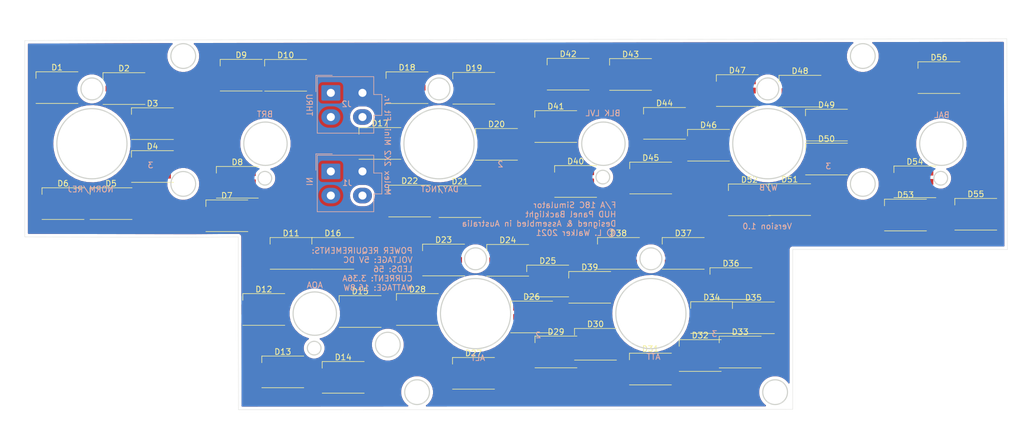
<source format=kicad_pcb>
(kicad_pcb (version 20171130) (host pcbnew "(5.1.6)-1")
  (layers (0 F.Cu signal) (1 In1.Cu signal) (2 In2.Cu signal) (31 B.Cu signal) (34 B.Paste user) (35 F.Paste user) (36 B.SilkS user) (37 F.SilkS user) (38 B.Mask user) (39 F.Mask user) (44 Edge.Cuts user))
  (net 0 "")
  (net 1 /LED+5V)
  (net 2 /LEDGND)
  (net 3 /DATAIN)
  (net 4 "Net-(D10-Pad4)")
  (net 5 /DATAOUT)
  (net 6 "Net-(D1-Pad1)")
  (net 7 "Net-(D1-Pad3)")
  (net 8 "Net-(D2-Pad1)")
  (net 9 "Net-(D2-Pad3)")
  (net 10 "Net-(D3-Pad1)")
  (net 11 "Net-(D3-Pad3)")
  (net 12 "Net-(D4-Pad1)")
  (net 13 "Net-(D4-Pad3)")
  (net 14 "Net-(D5-Pad1)")
  (net 15 "Net-(D5-Pad3)")
  (net 16 "Net-(D6-Pad1)")
  (net 17 "Net-(D6-Pad3)")
  (net 18 "Net-(D7-Pad1)")
  (net 19 "Net-(D7-Pad3)")
  (net 20 "Net-(D8-Pad1)")
  (net 21 "Net-(D10-Pad6)")
  (net 22 "Net-(D9-Pad1)")
  (net 23 "Net-(D10-Pad1)")
  (net 24 "Net-(D10-Pad3)")
  (net 25 "Net-(D11-Pad1)")
  (net 26 "Net-(D11-Pad3)")
  (net 27 "Net-(D12-Pad1)")
  (net 28 "Net-(D12-Pad3)")
  (net 29 "Net-(D13-Pad1)")
  (net 30 "Net-(D13-Pad3)")
  (net 31 "Net-(D14-Pad1)")
  (net 32 "Net-(D14-Pad3)")
  (net 33 "Net-(D15-Pad1)")
  (net 34 "Net-(D15-Pad3)")
  (net 35 "Net-(D16-Pad1)")
  (net 36 "Net-(D16-Pad3)")
  (net 37 "Net-(D17-Pad1)")
  (net 38 "Net-(D17-Pad3)")
  (net 39 "Net-(D18-Pad1)")
  (net 40 "Net-(D18-Pad3)")
  (net 41 "Net-(D19-Pad1)")
  (net 42 "Net-(D19-Pad3)")
  (net 43 "Net-(D20-Pad1)")
  (net 44 "Net-(D20-Pad3)")
  (net 45 "Net-(D21-Pad1)")
  (net 46 "Net-(D21-Pad3)")
  (net 47 "Net-(D22-Pad1)")
  (net 48 "Net-(D22-Pad3)")
  (net 49 "Net-(D23-Pad1)")
  (net 50 "Net-(D23-Pad3)")
  (net 51 "Net-(D24-Pad1)")
  (net 52 "Net-(D24-Pad3)")
  (net 53 "Net-(D25-Pad1)")
  (net 54 "Net-(D25-Pad3)")
  (net 55 "Net-(D26-Pad1)")
  (net 56 "Net-(D26-Pad3)")
  (net 57 "Net-(D27-Pad1)")
  (net 58 "Net-(D27-Pad3)")
  (net 59 "Net-(D28-Pad1)")
  (net 60 "Net-(D28-Pad3)")
  (net 61 "Net-(D29-Pad1)")
  (net 62 "Net-(D29-Pad3)")
  (net 63 "Net-(D30-Pad1)")
  (net 64 "Net-(D30-Pad3)")
  (net 65 "Net-(D31-Pad1)")
  (net 66 "Net-(D31-Pad3)")
  (net 67 "Net-(D32-Pad1)")
  (net 68 "Net-(D32-Pad3)")
  (net 69 "Net-(D33-Pad1)")
  (net 70 "Net-(D33-Pad3)")
  (net 71 "Net-(D34-Pad1)")
  (net 72 "Net-(D34-Pad3)")
  (net 73 "Net-(D35-Pad1)")
  (net 74 "Net-(D35-Pad3)")
  (net 75 "Net-(D36-Pad1)")
  (net 76 "Net-(D36-Pad3)")
  (net 77 "Net-(D37-Pad1)")
  (net 78 "Net-(D37-Pad3)")
  (net 79 "Net-(D38-Pad1)")
  (net 80 "Net-(D38-Pad3)")
  (net 81 "Net-(D39-Pad1)")
  (net 82 "Net-(D39-Pad3)")
  (net 83 "Net-(D40-Pad1)")
  (net 84 "Net-(D40-Pad3)")
  (net 85 "Net-(D41-Pad1)")
  (net 86 "Net-(D41-Pad3)")
  (net 87 "Net-(D42-Pad1)")
  (net 88 "Net-(D42-Pad3)")
  (net 89 "Net-(D43-Pad1)")
  (net 90 "Net-(D43-Pad3)")
  (net 91 "Net-(D44-Pad1)")
  (net 92 "Net-(D44-Pad3)")
  (net 93 "Net-(D45-Pad1)")
  (net 94 "Net-(D45-Pad3)")
  (net 95 "Net-(D46-Pad1)")
  (net 96 "Net-(D46-Pad3)")
  (net 97 "Net-(D47-Pad1)")
  (net 98 "Net-(D47-Pad3)")
  (net 99 "Net-(D48-Pad1)")
  (net 100 "Net-(D48-Pad3)")
  (net 101 "Net-(D49-Pad1)")
  (net 102 "Net-(D49-Pad3)")
  (net 103 "Net-(D50-Pad1)")
  (net 104 "Net-(D50-Pad3)")
  (net 105 "Net-(D51-Pad1)")
  (net 106 "Net-(D51-Pad3)")
  (net 107 "Net-(D52-Pad1)")
  (net 108 "Net-(D52-Pad3)")
  (net 109 "Net-(D53-Pad1)")
  (net 110 "Net-(D53-Pad3)")
  (net 111 "Net-(D54-Pad1)")
  (net 112 "Net-(D54-Pad3)")
  (net 113 "Net-(D55-Pad1)")
  (net 114 "Net-(D55-Pad3)")
  (net 115 "Net-(D56-Pad1)")
  (module LED_SMD:LED_WS2812_PLCC6_5.0x5.0mm_P1.6mm (layer F.Cu) (at 226.6 45)
    (fp_text reference D56 (at 0 -3.5) (layer F.SilkS))
    (fp_text value WS2813)
    (pad 1 smd rect (at -2.45 -1.6) (size 1.5 1) (layers F.Cu F.Paste F.Mask) (net 115 "Net-(D56-Pad1)"))
    (pad 2 smd rect (at -2.45 0) (size 1.5 1) (layers F.Cu F.Paste F.Mask) (net 1 /LED+5V))
    (pad 3 smd rect (at -2.45 1.6) (size 1.5 1) (layers F.Cu F.Paste F.Mask) (net 5 /DATAOUT))
    (pad 6 smd rect (at 2.45 -1.6) (size 1.5 1) (layers F.Cu F.Paste F.Mask) (net 112 "Net-(D54-Pad3)"))
    (pad 5 smd rect (at 2.45 0) (size 1.5 1) (layers F.Cu F.Paste F.Mask) (net 2 /LEDGND))
    (pad 4 smd rect (at 2.45 1.6) (size 1.5 1) (layers F.Cu F.Paste F.Mask) (net 114 "Net-(D55-Pad3)"))
  )
  (module LED_SMD:LED_WS2812_PLCC6_5.0x5.0mm_P1.6mm (layer F.Cu) (at 233 68.75)
    (fp_text reference D55 (at 0 -3.5) (layer F.SilkS))
    (fp_text value WS2813)
    (pad 1 smd rect (at -2.45 -1.6) (size 1.5 1) (layers F.Cu F.Paste F.Mask) (net 113 "Net-(D55-Pad1)"))
    (pad 2 smd rect (at -2.45 0) (size 1.5 1) (layers F.Cu F.Paste F.Mask) (net 1 /LED+5V))
    (pad 3 smd rect (at -2.45 1.6) (size 1.5 1) (layers F.Cu F.Paste F.Mask) (net 114 "Net-(D55-Pad3)"))
    (pad 6 smd rect (at 2.45 -1.6) (size 1.5 1) (layers F.Cu F.Paste F.Mask) (net 110 "Net-(D53-Pad3)"))
    (pad 5 smd rect (at 2.45 0) (size 1.5 1) (layers F.Cu F.Paste F.Mask) (net 2 /LEDGND))
    (pad 4 smd rect (at 2.45 1.6) (size 1.5 1) (layers F.Cu F.Paste F.Mask) (net 112 "Net-(D54-Pad3)"))
  )
  (module LED_SMD:LED_WS2812_PLCC6_5.0x5.0mm_P1.6mm (layer F.Cu) (at 222.414 63.1188)
    (fp_text reference D54 (at 0 -3.5) (layer F.SilkS))
    (fp_text value WS2813)
    (pad 1 smd rect (at -2.45 -1.6) (size 1.5 1) (layers F.Cu F.Paste F.Mask) (net 111 "Net-(D54-Pad1)"))
    (pad 2 smd rect (at -2.45 0) (size 1.5 1) (layers F.Cu F.Paste F.Mask) (net 1 /LED+5V))
    (pad 3 smd rect (at -2.45 1.6) (size 1.5 1) (layers F.Cu F.Paste F.Mask) (net 112 "Net-(D54-Pad3)"))
    (pad 6 smd rect (at 2.45 -1.6) (size 1.5 1) (layers F.Cu F.Paste F.Mask) (net 108 "Net-(D52-Pad3)"))
    (pad 5 smd rect (at 2.45 0) (size 1.5 1) (layers F.Cu F.Paste F.Mask) (net 2 /LEDGND))
    (pad 4 smd rect (at 2.45 1.6) (size 1.5 1) (layers F.Cu F.Paste F.Mask) (net 110 "Net-(D53-Pad3)"))
  )
  (module LED_SMD:LED_WS2812_PLCC6_5.0x5.0mm_P1.6mm (layer F.Cu) (at 220.777 68.8848)
    (fp_text reference D53 (at 0 -3.5) (layer F.SilkS))
    (fp_text value WS2813)
    (pad 1 smd rect (at -2.45 -1.6) (size 1.5 1) (layers F.Cu F.Paste F.Mask) (net 109 "Net-(D53-Pad1)"))
    (pad 2 smd rect (at -2.45 0) (size 1.5 1) (layers F.Cu F.Paste F.Mask) (net 1 /LED+5V))
    (pad 3 smd rect (at -2.45 1.6) (size 1.5 1) (layers F.Cu F.Paste F.Mask) (net 110 "Net-(D53-Pad3)"))
    (pad 6 smd rect (at 2.45 -1.6) (size 1.5 1) (layers F.Cu F.Paste F.Mask) (net 106 "Net-(D51-Pad3)"))
    (pad 5 smd rect (at 2.45 0) (size 1.5 1) (layers F.Cu F.Paste F.Mask) (net 2 /LEDGND))
    (pad 4 smd rect (at 2.45 1.6) (size 1.5 1) (layers F.Cu F.Paste F.Mask) (net 108 "Net-(D52-Pad3)"))
  )
  (module LED_SMD:LED_WS2812_PLCC6_5.0x5.0mm_P1.6mm (layer F.Cu) (at 193.65 66.25)
    (fp_text reference D52 (at 0 -3.5) (layer F.SilkS))
    (fp_text value WS2813)
    (pad 1 smd rect (at -2.45 -1.6) (size 1.5 1) (layers F.Cu F.Paste F.Mask) (net 107 "Net-(D52-Pad1)"))
    (pad 2 smd rect (at -2.45 0) (size 1.5 1) (layers F.Cu F.Paste F.Mask) (net 1 /LED+5V))
    (pad 3 smd rect (at -2.45 1.6) (size 1.5 1) (layers F.Cu F.Paste F.Mask) (net 108 "Net-(D52-Pad3)"))
    (pad 6 smd rect (at 2.45 -1.6) (size 1.5 1) (layers F.Cu F.Paste F.Mask) (net 104 "Net-(D50-Pad3)"))
    (pad 5 smd rect (at 2.45 0) (size 1.5 1) (layers F.Cu F.Paste F.Mask) (net 2 /LEDGND))
    (pad 4 smd rect (at 2.45 1.6) (size 1.5 1) (layers F.Cu F.Paste F.Mask) (net 106 "Net-(D51-Pad3)"))
  )
  (module LED_SMD:LED_WS2812_PLCC6_5.0x5.0mm_P1.6mm (layer F.Cu) (at 200.65 66.2)
    (fp_text reference D51 (at 0 -3.5) (layer F.SilkS))
    (fp_text value WS2813)
    (pad 1 smd rect (at -2.45 -1.6) (size 1.5 1) (layers F.Cu F.Paste F.Mask) (net 105 "Net-(D51-Pad1)"))
    (pad 2 smd rect (at -2.45 0) (size 1.5 1) (layers F.Cu F.Paste F.Mask) (net 1 /LED+5V))
    (pad 3 smd rect (at -2.45 1.6) (size 1.5 1) (layers F.Cu F.Paste F.Mask) (net 106 "Net-(D51-Pad3)"))
    (pad 6 smd rect (at 2.45 -1.6) (size 1.5 1) (layers F.Cu F.Paste F.Mask) (net 102 "Net-(D49-Pad3)"))
    (pad 5 smd rect (at 2.45 0) (size 1.5 1) (layers F.Cu F.Paste F.Mask) (net 2 /LEDGND))
    (pad 4 smd rect (at 2.45 1.6) (size 1.5 1) (layers F.Cu F.Paste F.Mask) (net 104 "Net-(D50-Pad3)"))
  )
  (module LED_SMD:LED_WS2812_PLCC6_5.0x5.0mm_P1.6mm (layer F.Cu) (at 207.05 59.15)
    (fp_text reference D50 (at 0 -3.5) (layer F.SilkS))
    (fp_text value WS2813)
    (pad 1 smd rect (at -2.45 -1.6) (size 1.5 1) (layers F.Cu F.Paste F.Mask) (net 103 "Net-(D50-Pad1)"))
    (pad 2 smd rect (at -2.45 0) (size 1.5 1) (layers F.Cu F.Paste F.Mask) (net 1 /LED+5V))
    (pad 3 smd rect (at -2.45 1.6) (size 1.5 1) (layers F.Cu F.Paste F.Mask) (net 104 "Net-(D50-Pad3)"))
    (pad 6 smd rect (at 2.45 -1.6) (size 1.5 1) (layers F.Cu F.Paste F.Mask) (net 100 "Net-(D48-Pad3)"))
    (pad 5 smd rect (at 2.45 0) (size 1.5 1) (layers F.Cu F.Paste F.Mask) (net 2 /LEDGND))
    (pad 4 smd rect (at 2.45 1.6) (size 1.5 1) (layers F.Cu F.Paste F.Mask) (net 102 "Net-(D49-Pad3)"))
  )
  (module LED_SMD:LED_WS2812_PLCC6_5.0x5.0mm_P1.6mm (layer F.Cu) (at 207.05 53.25)
    (fp_text reference D49 (at 0 -3.5) (layer F.SilkS))
    (fp_text value WS2813)
    (pad 1 smd rect (at -2.45 -1.6) (size 1.5 1) (layers F.Cu F.Paste F.Mask) (net 101 "Net-(D49-Pad1)"))
    (pad 2 smd rect (at -2.45 0) (size 1.5 1) (layers F.Cu F.Paste F.Mask) (net 1 /LED+5V))
    (pad 3 smd rect (at -2.45 1.6) (size 1.5 1) (layers F.Cu F.Paste F.Mask) (net 102 "Net-(D49-Pad3)"))
    (pad 6 smd rect (at 2.45 -1.6) (size 1.5 1) (layers F.Cu F.Paste F.Mask) (net 98 "Net-(D47-Pad3)"))
    (pad 5 smd rect (at 2.45 0) (size 1.5 1) (layers F.Cu F.Paste F.Mask) (net 2 /LEDGND))
    (pad 4 smd rect (at 2.45 1.6) (size 1.5 1) (layers F.Cu F.Paste F.Mask) (net 100 "Net-(D48-Pad3)"))
  )
  (module LED_SMD:LED_WS2812_PLCC6_5.0x5.0mm_P1.6mm (layer F.Cu) (at 202.45 47.35)
    (fp_text reference D48 (at 0 -3.5) (layer F.SilkS))
    (fp_text value WS2813)
    (pad 1 smd rect (at -2.45 -1.6) (size 1.5 1) (layers F.Cu F.Paste F.Mask) (net 99 "Net-(D48-Pad1)"))
    (pad 2 smd rect (at -2.45 0) (size 1.5 1) (layers F.Cu F.Paste F.Mask) (net 1 /LED+5V))
    (pad 3 smd rect (at -2.45 1.6) (size 1.5 1) (layers F.Cu F.Paste F.Mask) (net 100 "Net-(D48-Pad3)"))
    (pad 6 smd rect (at 2.45 -1.6) (size 1.5 1) (layers F.Cu F.Paste F.Mask) (net 96 "Net-(D46-Pad3)"))
    (pad 5 smd rect (at 2.45 0) (size 1.5 1) (layers F.Cu F.Paste F.Mask) (net 2 /LEDGND))
    (pad 4 smd rect (at 2.45 1.6) (size 1.5 1) (layers F.Cu F.Paste F.Mask) (net 98 "Net-(D47-Pad3)"))
  )
  (module LED_SMD:LED_WS2812_PLCC6_5.0x5.0mm_P1.6mm (layer F.Cu) (at 191.55 47.25)
    (fp_text reference D47 (at 0 -3.5) (layer F.SilkS))
    (fp_text value WS2813)
    (pad 1 smd rect (at -2.45 -1.6) (size 1.5 1) (layers F.Cu F.Paste F.Mask) (net 97 "Net-(D47-Pad1)"))
    (pad 2 smd rect (at -2.45 0) (size 1.5 1) (layers F.Cu F.Paste F.Mask) (net 1 /LED+5V))
    (pad 3 smd rect (at -2.45 1.6) (size 1.5 1) (layers F.Cu F.Paste F.Mask) (net 98 "Net-(D47-Pad3)"))
    (pad 6 smd rect (at 2.45 -1.6) (size 1.5 1) (layers F.Cu F.Paste F.Mask) (net 94 "Net-(D45-Pad3)"))
    (pad 5 smd rect (at 2.45 0) (size 1.5 1) (layers F.Cu F.Paste F.Mask) (net 2 /LEDGND))
    (pad 4 smd rect (at 2.45 1.6) (size 1.5 1) (layers F.Cu F.Paste F.Mask) (net 96 "Net-(D46-Pad3)"))
  )
  (module LED_SMD:LED_WS2812_PLCC6_5.0x5.0mm_P1.6mm (layer F.Cu) (at 186.55 56.75)
    (fp_text reference D46 (at 0 -3.5) (layer F.SilkS))
    (fp_text value WS2813)
    (pad 1 smd rect (at -2.45 -1.6) (size 1.5 1) (layers F.Cu F.Paste F.Mask) (net 95 "Net-(D46-Pad1)"))
    (pad 2 smd rect (at -2.45 0) (size 1.5 1) (layers F.Cu F.Paste F.Mask) (net 1 /LED+5V))
    (pad 3 smd rect (at -2.45 1.6) (size 1.5 1) (layers F.Cu F.Paste F.Mask) (net 96 "Net-(D46-Pad3)"))
    (pad 6 smd rect (at 2.45 -1.6) (size 1.5 1) (layers F.Cu F.Paste F.Mask) (net 92 "Net-(D44-Pad3)"))
    (pad 5 smd rect (at 2.45 0) (size 1.5 1) (layers F.Cu F.Paste F.Mask) (net 2 /LEDGND))
    (pad 4 smd rect (at 2.45 1.6) (size 1.5 1) (layers F.Cu F.Paste F.Mask) (net 94 "Net-(D45-Pad3)"))
  )
  (module LED_SMD:LED_WS2812_PLCC6_5.0x5.0mm_P1.6mm (layer F.Cu) (at 176.5 62.45)
    (fp_text reference D45 (at 0 -3.5) (layer F.SilkS))
    (fp_text value WS2813)
    (pad 1 smd rect (at -2.45 -1.6) (size 1.5 1) (layers F.Cu F.Paste F.Mask) (net 93 "Net-(D45-Pad1)"))
    (pad 2 smd rect (at -2.45 0) (size 1.5 1) (layers F.Cu F.Paste F.Mask) (net 1 /LED+5V))
    (pad 3 smd rect (at -2.45 1.6) (size 1.5 1) (layers F.Cu F.Paste F.Mask) (net 94 "Net-(D45-Pad3)"))
    (pad 6 smd rect (at 2.45 -1.6) (size 1.5 1) (layers F.Cu F.Paste F.Mask) (net 90 "Net-(D43-Pad3)"))
    (pad 5 smd rect (at 2.45 0) (size 1.5 1) (layers F.Cu F.Paste F.Mask) (net 2 /LEDGND))
    (pad 4 smd rect (at 2.45 1.6) (size 1.5 1) (layers F.Cu F.Paste F.Mask) (net 92 "Net-(D44-Pad3)"))
  )
  (module LED_SMD:LED_WS2812_PLCC6_5.0x5.0mm_P1.6mm (layer F.Cu) (at 178.9 52.95)
    (fp_text reference D44 (at 0 -3.5) (layer F.SilkS))
    (fp_text value WS2813)
    (pad 1 smd rect (at -2.45 -1.6) (size 1.5 1) (layers F.Cu F.Paste F.Mask) (net 91 "Net-(D44-Pad1)"))
    (pad 2 smd rect (at -2.45 0) (size 1.5 1) (layers F.Cu F.Paste F.Mask) (net 1 /LED+5V))
    (pad 3 smd rect (at -2.45 1.6) (size 1.5 1) (layers F.Cu F.Paste F.Mask) (net 92 "Net-(D44-Pad3)"))
    (pad 6 smd rect (at 2.45 -1.6) (size 1.5 1) (layers F.Cu F.Paste F.Mask) (net 88 "Net-(D42-Pad3)"))
    (pad 5 smd rect (at 2.45 0) (size 1.5 1) (layers F.Cu F.Paste F.Mask) (net 2 /LEDGND))
    (pad 4 smd rect (at 2.45 1.6) (size 1.5 1) (layers F.Cu F.Paste F.Mask) (net 90 "Net-(D43-Pad3)"))
  )
  (module LED_SMD:LED_WS2812_PLCC6_5.0x5.0mm_P1.6mm (layer F.Cu) (at 173 44.45)
    (fp_text reference D43 (at 0 -3.5) (layer F.SilkS))
    (fp_text value WS2813)
    (pad 1 smd rect (at -2.45 -1.6) (size 1.5 1) (layers F.Cu F.Paste F.Mask) (net 89 "Net-(D43-Pad1)"))
    (pad 2 smd rect (at -2.45 0) (size 1.5 1) (layers F.Cu F.Paste F.Mask) (net 1 /LED+5V))
    (pad 3 smd rect (at -2.45 1.6) (size 1.5 1) (layers F.Cu F.Paste F.Mask) (net 90 "Net-(D43-Pad3)"))
    (pad 6 smd rect (at 2.45 -1.6) (size 1.5 1) (layers F.Cu F.Paste F.Mask) (net 86 "Net-(D41-Pad3)"))
    (pad 5 smd rect (at 2.45 0) (size 1.5 1) (layers F.Cu F.Paste F.Mask) (net 2 /LEDGND))
    (pad 4 smd rect (at 2.45 1.6) (size 1.5 1) (layers F.Cu F.Paste F.Mask) (net 88 "Net-(D42-Pad3)"))
  )
  (module LED_SMD:LED_WS2812_PLCC6_5.0x5.0mm_P1.6mm (layer F.Cu) (at 162.15 44.4)
    (fp_text reference D42 (at 0 -3.5) (layer F.SilkS))
    (fp_text value WS2813)
    (pad 1 smd rect (at -2.45 -1.6) (size 1.5 1) (layers F.Cu F.Paste F.Mask) (net 87 "Net-(D42-Pad1)"))
    (pad 2 smd rect (at -2.45 0) (size 1.5 1) (layers F.Cu F.Paste F.Mask) (net 1 /LED+5V))
    (pad 3 smd rect (at -2.45 1.6) (size 1.5 1) (layers F.Cu F.Paste F.Mask) (net 88 "Net-(D42-Pad3)"))
    (pad 6 smd rect (at 2.45 -1.6) (size 1.5 1) (layers F.Cu F.Paste F.Mask) (net 84 "Net-(D40-Pad3)"))
    (pad 5 smd rect (at 2.45 0) (size 1.5 1) (layers F.Cu F.Paste F.Mask) (net 2 /LEDGND))
    (pad 4 smd rect (at 2.45 1.6) (size 1.5 1) (layers F.Cu F.Paste F.Mask) (net 86 "Net-(D41-Pad3)"))
  )
  (module LED_SMD:LED_WS2812_PLCC6_5.0x5.0mm_P1.6mm (layer F.Cu) (at 160 53.5)
    (fp_text reference D41 (at 0 -3.5) (layer F.SilkS))
    (fp_text value WS2813)
    (pad 1 smd rect (at -2.45 -1.6) (size 1.5 1) (layers F.Cu F.Paste F.Mask) (net 85 "Net-(D41-Pad1)"))
    (pad 2 smd rect (at -2.45 0) (size 1.5 1) (layers F.Cu F.Paste F.Mask) (net 1 /LED+5V))
    (pad 3 smd rect (at -2.45 1.6) (size 1.5 1) (layers F.Cu F.Paste F.Mask) (net 86 "Net-(D41-Pad3)"))
    (pad 6 smd rect (at 2.45 -1.6) (size 1.5 1) (layers F.Cu F.Paste F.Mask) (net 82 "Net-(D39-Pad3)"))
    (pad 5 smd rect (at 2.45 0) (size 1.5 1) (layers F.Cu F.Paste F.Mask) (net 2 /LEDGND))
    (pad 4 smd rect (at 2.45 1.6) (size 1.5 1) (layers F.Cu F.Paste F.Mask) (net 84 "Net-(D40-Pad3)"))
  )
  (module LED_SMD:LED_WS2812_PLCC6_5.0x5.0mm_P1.6mm (layer F.Cu) (at 163.45 63.05)
    (fp_text reference D40 (at 0 -3.5) (layer F.SilkS))
    (fp_text value WS2813)
    (pad 1 smd rect (at -2.45 -1.6) (size 1.5 1) (layers F.Cu F.Paste F.Mask) (net 83 "Net-(D40-Pad1)"))
    (pad 2 smd rect (at -2.45 0) (size 1.5 1) (layers F.Cu F.Paste F.Mask) (net 1 /LED+5V))
    (pad 3 smd rect (at -2.45 1.6) (size 1.5 1) (layers F.Cu F.Paste F.Mask) (net 84 "Net-(D40-Pad3)"))
    (pad 6 smd rect (at 2.45 -1.6) (size 1.5 1) (layers F.Cu F.Paste F.Mask) (net 80 "Net-(D38-Pad3)"))
    (pad 5 smd rect (at 2.45 0) (size 1.5 1) (layers F.Cu F.Paste F.Mask) (net 2 /LEDGND))
    (pad 4 smd rect (at 2.45 1.6) (size 1.5 1) (layers F.Cu F.Paste F.Mask) (net 82 "Net-(D39-Pad3)"))
  )
  (module LED_SMD:LED_WS2812_PLCC6_5.0x5.0mm_P1.6mm (layer F.Cu) (at 165.9 81.45)
    (fp_text reference D39 (at 0 -3.5) (layer F.SilkS))
    (fp_text value WS2813)
    (pad 1 smd rect (at -2.45 -1.6) (size 1.5 1) (layers F.Cu F.Paste F.Mask) (net 81 "Net-(D39-Pad1)"))
    (pad 2 smd rect (at -2.45 0) (size 1.5 1) (layers F.Cu F.Paste F.Mask) (net 1 /LED+5V))
    (pad 3 smd rect (at -2.45 1.6) (size 1.5 1) (layers F.Cu F.Paste F.Mask) (net 82 "Net-(D39-Pad3)"))
    (pad 6 smd rect (at 2.45 -1.6) (size 1.5 1) (layers F.Cu F.Paste F.Mask) (net 78 "Net-(D37-Pad3)"))
    (pad 5 smd rect (at 2.45 0) (size 1.5 1) (layers F.Cu F.Paste F.Mask) (net 2 /LEDGND))
    (pad 4 smd rect (at 2.45 1.6) (size 1.5 1) (layers F.Cu F.Paste F.Mask) (net 80 "Net-(D38-Pad3)"))
  )
  (module LED_SMD:LED_WS2812_PLCC6_5.0x5.0mm_P1.6mm (layer F.Cu) (at 170.9 75.55)
    (fp_text reference D38 (at 0 -3.5) (layer F.SilkS))
    (fp_text value WS2813)
    (pad 1 smd rect (at -2.45 -1.6) (size 1.5 1) (layers F.Cu F.Paste F.Mask) (net 79 "Net-(D38-Pad1)"))
    (pad 2 smd rect (at -2.45 0) (size 1.5 1) (layers F.Cu F.Paste F.Mask) (net 1 /LED+5V))
    (pad 3 smd rect (at -2.45 1.6) (size 1.5 1) (layers F.Cu F.Paste F.Mask) (net 80 "Net-(D38-Pad3)"))
    (pad 6 smd rect (at 2.45 -1.6) (size 1.5 1) (layers F.Cu F.Paste F.Mask) (net 76 "Net-(D36-Pad3)"))
    (pad 5 smd rect (at 2.45 0) (size 1.5 1) (layers F.Cu F.Paste F.Mask) (net 2 /LEDGND))
    (pad 4 smd rect (at 2.45 1.6) (size 1.5 1) (layers F.Cu F.Paste F.Mask) (net 78 "Net-(D37-Pad3)"))
  )
  (module LED_SMD:LED_WS2812_PLCC6_5.0x5.0mm_P1.6mm (layer F.Cu) (at 182.15 75.55)
    (fp_text reference D37 (at 0 -3.5) (layer F.SilkS))
    (fp_text value WS2813)
    (pad 1 smd rect (at -2.45 -1.6) (size 1.5 1) (layers F.Cu F.Paste F.Mask) (net 77 "Net-(D37-Pad1)"))
    (pad 2 smd rect (at -2.45 0) (size 1.5 1) (layers F.Cu F.Paste F.Mask) (net 1 /LED+5V))
    (pad 3 smd rect (at -2.45 1.6) (size 1.5 1) (layers F.Cu F.Paste F.Mask) (net 78 "Net-(D37-Pad3)"))
    (pad 6 smd rect (at 2.45 -1.6) (size 1.5 1) (layers F.Cu F.Paste F.Mask) (net 74 "Net-(D35-Pad3)"))
    (pad 5 smd rect (at 2.45 0) (size 1.5 1) (layers F.Cu F.Paste F.Mask) (net 2 /LEDGND))
    (pad 4 smd rect (at 2.45 1.6) (size 1.5 1) (layers F.Cu F.Paste F.Mask) (net 76 "Net-(D36-Pad3)"))
  )
  (module LED_SMD:LED_WS2812_PLCC6_5.0x5.0mm_P1.6mm (layer F.Cu) (at 190.45 80.8)
    (fp_text reference D36 (at 0 -3.5) (layer F.SilkS))
    (fp_text value WS2813)
    (pad 1 smd rect (at -2.45 -1.6) (size 1.5 1) (layers F.Cu F.Paste F.Mask) (net 75 "Net-(D36-Pad1)"))
    (pad 2 smd rect (at -2.45 0) (size 1.5 1) (layers F.Cu F.Paste F.Mask) (net 1 /LED+5V))
    (pad 3 smd rect (at -2.45 1.6) (size 1.5 1) (layers F.Cu F.Paste F.Mask) (net 76 "Net-(D36-Pad3)"))
    (pad 6 smd rect (at 2.45 -1.6) (size 1.5 1) (layers F.Cu F.Paste F.Mask) (net 72 "Net-(D34-Pad3)"))
    (pad 5 smd rect (at 2.45 0) (size 1.5 1) (layers F.Cu F.Paste F.Mask) (net 2 /LEDGND))
    (pad 4 smd rect (at 2.45 1.6) (size 1.5 1) (layers F.Cu F.Paste F.Mask) (net 74 "Net-(D35-Pad3)"))
  )
  (module LED_SMD:LED_WS2812_PLCC6_5.0x5.0mm_P1.6mm (layer F.Cu) (at 194.35 86.75)
    (fp_text reference D35 (at 0 -3.5) (layer F.SilkS))
    (fp_text value WS2813)
    (pad 1 smd rect (at -2.45 -1.6) (size 1.5 1) (layers F.Cu F.Paste F.Mask) (net 73 "Net-(D35-Pad1)"))
    (pad 2 smd rect (at -2.45 0) (size 1.5 1) (layers F.Cu F.Paste F.Mask) (net 1 /LED+5V))
    (pad 3 smd rect (at -2.45 1.6) (size 1.5 1) (layers F.Cu F.Paste F.Mask) (net 74 "Net-(D35-Pad3)"))
    (pad 6 smd rect (at 2.45 -1.6) (size 1.5 1) (layers F.Cu F.Paste F.Mask) (net 70 "Net-(D33-Pad3)"))
    (pad 5 smd rect (at 2.45 0) (size 1.5 1) (layers F.Cu F.Paste F.Mask) (net 2 /LEDGND))
    (pad 4 smd rect (at 2.45 1.6) (size 1.5 1) (layers F.Cu F.Paste F.Mask) (net 72 "Net-(D34-Pad3)"))
  )
  (module LED_SMD:LED_WS2812_PLCC6_5.0x5.0mm_P1.6mm (layer F.Cu) (at 187.1 86.7)
    (fp_text reference D34 (at 0 -3.5) (layer F.SilkS))
    (fp_text value WS2813)
    (pad 1 smd rect (at -2.45 -1.6) (size 1.5 1) (layers F.Cu F.Paste F.Mask) (net 71 "Net-(D34-Pad1)"))
    (pad 2 smd rect (at -2.45 0) (size 1.5 1) (layers F.Cu F.Paste F.Mask) (net 1 /LED+5V))
    (pad 3 smd rect (at -2.45 1.6) (size 1.5 1) (layers F.Cu F.Paste F.Mask) (net 72 "Net-(D34-Pad3)"))
    (pad 6 smd rect (at 2.45 -1.6) (size 1.5 1) (layers F.Cu F.Paste F.Mask) (net 68 "Net-(D32-Pad3)"))
    (pad 5 smd rect (at 2.45 0) (size 1.5 1) (layers F.Cu F.Paste F.Mask) (net 2 /LEDGND))
    (pad 4 smd rect (at 2.45 1.6) (size 1.5 1) (layers F.Cu F.Paste F.Mask) (net 70 "Net-(D33-Pad3)"))
  )
  (module LED_SMD:LED_WS2812_PLCC6_5.0x5.0mm_P1.6mm (layer F.Cu) (at 192.05 92.7)
    (fp_text reference D33 (at 0 -3.5) (layer F.SilkS))
    (fp_text value WS2813)
    (pad 1 smd rect (at -2.45 -1.6) (size 1.5 1) (layers F.Cu F.Paste F.Mask) (net 69 "Net-(D33-Pad1)"))
    (pad 2 smd rect (at -2.45 0) (size 1.5 1) (layers F.Cu F.Paste F.Mask) (net 1 /LED+5V))
    (pad 3 smd rect (at -2.45 1.6) (size 1.5 1) (layers F.Cu F.Paste F.Mask) (net 70 "Net-(D33-Pad3)"))
    (pad 6 smd rect (at 2.45 -1.6) (size 1.5 1) (layers F.Cu F.Paste F.Mask) (net 66 "Net-(D31-Pad3)"))
    (pad 5 smd rect (at 2.45 0) (size 1.5 1) (layers F.Cu F.Paste F.Mask) (net 2 /LEDGND))
    (pad 4 smd rect (at 2.45 1.6) (size 1.5 1) (layers F.Cu F.Paste F.Mask) (net 68 "Net-(D32-Pad3)"))
  )
  (module LED_SMD:LED_WS2812_PLCC6_5.0x5.0mm_P1.6mm (layer F.Cu) (at 185.1 93.3)
    (fp_text reference D32 (at 0 -3.5) (layer F.SilkS))
    (fp_text value WS2813)
    (pad 1 smd rect (at -2.45 -1.6) (size 1.5 1) (layers F.Cu F.Paste F.Mask) (net 67 "Net-(D32-Pad1)"))
    (pad 2 smd rect (at -2.45 0) (size 1.5 1) (layers F.Cu F.Paste F.Mask) (net 1 /LED+5V))
    (pad 3 smd rect (at -2.45 1.6) (size 1.5 1) (layers F.Cu F.Paste F.Mask) (net 68 "Net-(D32-Pad3)"))
    (pad 6 smd rect (at 2.45 -1.6) (size 1.5 1) (layers F.Cu F.Paste F.Mask) (net 64 "Net-(D30-Pad3)"))
    (pad 5 smd rect (at 2.45 0) (size 1.5 1) (layers F.Cu F.Paste F.Mask) (net 2 /LEDGND))
    (pad 4 smd rect (at 2.45 1.6) (size 1.5 1) (layers F.Cu F.Paste F.Mask) (net 66 "Net-(D31-Pad3)"))
  )
  (module LED_SMD:LED_WS2812_PLCC6_5.0x5.0mm_P1.6mm (layer F.Cu) (at 176.45 95.65)
    (fp_text reference D31 (at 0 -3.5) (layer F.SilkS))
    (fp_text value WS2813)
    (pad 1 smd rect (at -2.45 -1.6) (size 1.5 1) (layers F.Cu F.Paste F.Mask) (net 65 "Net-(D31-Pad1)"))
    (pad 2 smd rect (at -2.45 0) (size 1.5 1) (layers F.Cu F.Paste F.Mask) (net 1 /LED+5V))
    (pad 3 smd rect (at -2.45 1.6) (size 1.5 1) (layers F.Cu F.Paste F.Mask) (net 66 "Net-(D31-Pad3)"))
    (pad 6 smd rect (at 2.45 -1.6) (size 1.5 1) (layers F.Cu F.Paste F.Mask) (net 62 "Net-(D29-Pad3)"))
    (pad 5 smd rect (at 2.45 0) (size 1.5 1) (layers F.Cu F.Paste F.Mask) (net 2 /LEDGND))
    (pad 4 smd rect (at 2.45 1.6) (size 1.5 1) (layers F.Cu F.Paste F.Mask) (net 64 "Net-(D30-Pad3)"))
  )
  (module LED_SMD:LED_WS2812_PLCC6_5.0x5.0mm_P1.6mm (layer F.Cu) (at 166.9 91.35)
    (fp_text reference D30 (at 0 -3.5) (layer F.SilkS))
    (fp_text value WS2813)
    (pad 1 smd rect (at -2.45 -1.6) (size 1.5 1) (layers F.Cu F.Paste F.Mask) (net 63 "Net-(D30-Pad1)"))
    (pad 2 smd rect (at -2.45 0) (size 1.5 1) (layers F.Cu F.Paste F.Mask) (net 1 /LED+5V))
    (pad 3 smd rect (at -2.45 1.6) (size 1.5 1) (layers F.Cu F.Paste F.Mask) (net 64 "Net-(D30-Pad3)"))
    (pad 6 smd rect (at 2.45 -1.6) (size 1.5 1) (layers F.Cu F.Paste F.Mask) (net 60 "Net-(D28-Pad3)"))
    (pad 5 smd rect (at 2.45 0) (size 1.5 1) (layers F.Cu F.Paste F.Mask) (net 2 /LEDGND))
    (pad 4 smd rect (at 2.45 1.6) (size 1.5 1) (layers F.Cu F.Paste F.Mask) (net 62 "Net-(D29-Pad3)"))
  )
  (module LED_SMD:LED_WS2812_PLCC6_5.0x5.0mm_P1.6mm (layer F.Cu) (at 160.032 92.6844)
    (fp_text reference D29 (at 0 -3.5) (layer F.SilkS))
    (fp_text value WS2813)
    (pad 1 smd rect (at -2.45 -1.6) (size 1.5 1) (layers F.Cu F.Paste F.Mask) (net 61 "Net-(D29-Pad1)"))
    (pad 2 smd rect (at -2.45 0) (size 1.5 1) (layers F.Cu F.Paste F.Mask) (net 1 /LED+5V))
    (pad 3 smd rect (at -2.45 1.6) (size 1.5 1) (layers F.Cu F.Paste F.Mask) (net 62 "Net-(D29-Pad3)"))
    (pad 6 smd rect (at 2.45 -1.6) (size 1.5 1) (layers F.Cu F.Paste F.Mask) (net 58 "Net-(D27-Pad3)"))
    (pad 5 smd rect (at 2.45 0) (size 1.5 1) (layers F.Cu F.Paste F.Mask) (net 2 /LEDGND))
    (pad 4 smd rect (at 2.45 1.6) (size 1.5 1) (layers F.Cu F.Paste F.Mask) (net 60 "Net-(D28-Pad3)"))
  )
  (module LED_SMD:LED_WS2812_PLCC6_5.0x5.0mm_P1.6mm (layer F.Cu) (at 135.95 85.3)
    (fp_text reference D28 (at 0 -3.5) (layer F.SilkS))
    (fp_text value WS2813)
    (pad 1 smd rect (at -2.45 -1.6) (size 1.5 1) (layers F.Cu F.Paste F.Mask) (net 59 "Net-(D28-Pad1)"))
    (pad 2 smd rect (at -2.45 0) (size 1.5 1) (layers F.Cu F.Paste F.Mask) (net 1 /LED+5V))
    (pad 3 smd rect (at -2.45 1.6) (size 1.5 1) (layers F.Cu F.Paste F.Mask) (net 60 "Net-(D28-Pad3)"))
    (pad 6 smd rect (at 2.45 -1.6) (size 1.5 1) (layers F.Cu F.Paste F.Mask) (net 56 "Net-(D26-Pad3)"))
    (pad 5 smd rect (at 2.45 0) (size 1.5 1) (layers F.Cu F.Paste F.Mask) (net 2 /LEDGND))
    (pad 4 smd rect (at 2.45 1.6) (size 1.5 1) (layers F.Cu F.Paste F.Mask) (net 58 "Net-(D27-Pad3)"))
  )
  (module LED_SMD:LED_WS2812_PLCC6_5.0x5.0mm_P1.6mm (layer F.Cu) (at 145.7 96.4)
    (fp_text reference D27 (at 0 -3.5) (layer F.SilkS))
    (fp_text value WS2813)
    (pad 1 smd rect (at -2.45 -1.6) (size 1.5 1) (layers F.Cu F.Paste F.Mask) (net 57 "Net-(D27-Pad1)"))
    (pad 2 smd rect (at -2.45 0) (size 1.5 1) (layers F.Cu F.Paste F.Mask) (net 1 /LED+5V))
    (pad 3 smd rect (at -2.45 1.6) (size 1.5 1) (layers F.Cu F.Paste F.Mask) (net 58 "Net-(D27-Pad3)"))
    (pad 6 smd rect (at 2.45 -1.6) (size 1.5 1) (layers F.Cu F.Paste F.Mask) (net 54 "Net-(D25-Pad3)"))
    (pad 5 smd rect (at 2.45 0) (size 1.5 1) (layers F.Cu F.Paste F.Mask) (net 2 /LEDGND))
    (pad 4 smd rect (at 2.45 1.6) (size 1.5 1) (layers F.Cu F.Paste F.Mask) (net 56 "Net-(D26-Pad3)"))
  )
  (module LED_SMD:LED_WS2812_PLCC6_5.0x5.0mm_P1.6mm (layer F.Cu) (at 155.8 86.6)
    (fp_text reference D26 (at 0 -3.5) (layer F.SilkS))
    (fp_text value WS2813)
    (pad 1 smd rect (at -2.45 -1.6) (size 1.5 1) (layers F.Cu F.Paste F.Mask) (net 55 "Net-(D26-Pad1)"))
    (pad 2 smd rect (at -2.45 0) (size 1.5 1) (layers F.Cu F.Paste F.Mask) (net 1 /LED+5V))
    (pad 3 smd rect (at -2.45 1.6) (size 1.5 1) (layers F.Cu F.Paste F.Mask) (net 56 "Net-(D26-Pad3)"))
    (pad 6 smd rect (at 2.45 -1.6) (size 1.5 1) (layers F.Cu F.Paste F.Mask) (net 52 "Net-(D24-Pad3)"))
    (pad 5 smd rect (at 2.45 0) (size 1.5 1) (layers F.Cu F.Paste F.Mask) (net 2 /LEDGND))
    (pad 4 smd rect (at 2.45 1.6) (size 1.5 1) (layers F.Cu F.Paste F.Mask) (net 54 "Net-(D25-Pad3)"))
  )
  (module LED_SMD:LED_WS2812_PLCC6_5.0x5.0mm_P1.6mm (layer F.Cu) (at 158.6 80.35)
    (fp_text reference D25 (at 0 -3.5) (layer F.SilkS))
    (fp_text value WS2813)
    (pad 1 smd rect (at -2.45 -1.6) (size 1.5 1) (layers F.Cu F.Paste F.Mask) (net 53 "Net-(D25-Pad1)"))
    (pad 2 smd rect (at -2.45 0) (size 1.5 1) (layers F.Cu F.Paste F.Mask) (net 1 /LED+5V))
    (pad 3 smd rect (at -2.45 1.6) (size 1.5 1) (layers F.Cu F.Paste F.Mask) (net 54 "Net-(D25-Pad3)"))
    (pad 6 smd rect (at 2.45 -1.6) (size 1.5 1) (layers F.Cu F.Paste F.Mask) (net 50 "Net-(D23-Pad3)"))
    (pad 5 smd rect (at 2.45 0) (size 1.5 1) (layers F.Cu F.Paste F.Mask) (net 2 /LEDGND))
    (pad 4 smd rect (at 2.45 1.6) (size 1.5 1) (layers F.Cu F.Paste F.Mask) (net 52 "Net-(D24-Pad3)"))
  )
  (module LED_SMD:LED_WS2812_PLCC6_5.0x5.0mm_P1.6mm (layer F.Cu) (at 151.65 76.75)
    (fp_text reference D24 (at 0 -3.5) (layer F.SilkS))
    (fp_text value WS2813)
    (pad 1 smd rect (at -2.45 -1.6) (size 1.5 1) (layers F.Cu F.Paste F.Mask) (net 51 "Net-(D24-Pad1)"))
    (pad 2 smd rect (at -2.45 0) (size 1.5 1) (layers F.Cu F.Paste F.Mask) (net 1 /LED+5V))
    (pad 3 smd rect (at -2.45 1.6) (size 1.5 1) (layers F.Cu F.Paste F.Mask) (net 52 "Net-(D24-Pad3)"))
    (pad 6 smd rect (at 2.45 -1.6) (size 1.5 1) (layers F.Cu F.Paste F.Mask) (net 48 "Net-(D22-Pad3)"))
    (pad 5 smd rect (at 2.45 0) (size 1.5 1) (layers F.Cu F.Paste F.Mask) (net 2 /LEDGND))
    (pad 4 smd rect (at 2.45 1.6) (size 1.5 1) (layers F.Cu F.Paste F.Mask) (net 50 "Net-(D23-Pad3)"))
  )
  (module LED_SMD:LED_WS2812_PLCC6_5.0x5.0mm_P1.6mm (layer F.Cu) (at 140.5 76.7)
    (fp_text reference D23 (at 0 -3.5) (layer F.SilkS))
    (fp_text value WS2813)
    (pad 1 smd rect (at -2.45 -1.6) (size 1.5 1) (layers F.Cu F.Paste F.Mask) (net 49 "Net-(D23-Pad1)"))
    (pad 2 smd rect (at -2.45 0) (size 1.5 1) (layers F.Cu F.Paste F.Mask) (net 1 /LED+5V))
    (pad 3 smd rect (at -2.45 1.6) (size 1.5 1) (layers F.Cu F.Paste F.Mask) (net 50 "Net-(D23-Pad3)"))
    (pad 6 smd rect (at 2.45 -1.6) (size 1.5 1) (layers F.Cu F.Paste F.Mask) (net 46 "Net-(D21-Pad3)"))
    (pad 5 smd rect (at 2.45 0) (size 1.5 1) (layers F.Cu F.Paste F.Mask) (net 2 /LEDGND))
    (pad 4 smd rect (at 2.45 1.6) (size 1.5 1) (layers F.Cu F.Paste F.Mask) (net 48 "Net-(D22-Pad3)"))
  )
  (module LED_SMD:LED_WS2812_PLCC6_5.0x5.0mm_P1.6mm (layer F.Cu) (at 134.6 66.45)
    (fp_text reference D22 (at 0 -3.5) (layer F.SilkS))
    (fp_text value WS2813)
    (pad 1 smd rect (at -2.45 -1.6) (size 1.5 1) (layers F.Cu F.Paste F.Mask) (net 47 "Net-(D22-Pad1)"))
    (pad 2 smd rect (at -2.45 0) (size 1.5 1) (layers F.Cu F.Paste F.Mask) (net 1 /LED+5V))
    (pad 3 smd rect (at -2.45 1.6) (size 1.5 1) (layers F.Cu F.Paste F.Mask) (net 48 "Net-(D22-Pad3)"))
    (pad 6 smd rect (at 2.45 -1.6) (size 1.5 1) (layers F.Cu F.Paste F.Mask) (net 44 "Net-(D20-Pad3)"))
    (pad 5 smd rect (at 2.45 0) (size 1.5 1) (layers F.Cu F.Paste F.Mask) (net 2 /LEDGND))
    (pad 4 smd rect (at 2.45 1.6) (size 1.5 1) (layers F.Cu F.Paste F.Mask) (net 46 "Net-(D21-Pad3)"))
  )
  (module LED_SMD:LED_WS2812_PLCC6_5.0x5.0mm_P1.6mm (layer F.Cu) (at 143.35 66.55)
    (fp_text reference D21 (at 0 -3.5) (layer F.SilkS))
    (fp_text value WS2813)
    (pad 1 smd rect (at -2.45 -1.6) (size 1.5 1) (layers F.Cu F.Paste F.Mask) (net 45 "Net-(D21-Pad1)"))
    (pad 2 smd rect (at -2.45 0) (size 1.5 1) (layers F.Cu F.Paste F.Mask) (net 1 /LED+5V))
    (pad 3 smd rect (at -2.45 1.6) (size 1.5 1) (layers F.Cu F.Paste F.Mask) (net 46 "Net-(D21-Pad3)"))
    (pad 6 smd rect (at 2.45 -1.6) (size 1.5 1) (layers F.Cu F.Paste F.Mask) (net 42 "Net-(D19-Pad3)"))
    (pad 5 smd rect (at 2.45 0) (size 1.5 1) (layers F.Cu F.Paste F.Mask) (net 2 /LEDGND))
    (pad 4 smd rect (at 2.45 1.6) (size 1.5 1) (layers F.Cu F.Paste F.Mask) (net 44 "Net-(D20-Pad3)"))
  )
  (module LED_SMD:LED_WS2812_PLCC6_5.0x5.0mm_P1.6mm (layer F.Cu) (at 149.7 56.6)
    (fp_text reference D20 (at 0 -3.5) (layer F.SilkS))
    (fp_text value WS2813)
    (pad 1 smd rect (at -2.45 -1.6) (size 1.5 1) (layers F.Cu F.Paste F.Mask) (net 43 "Net-(D20-Pad1)"))
    (pad 2 smd rect (at -2.45 0) (size 1.5 1) (layers F.Cu F.Paste F.Mask) (net 1 /LED+5V))
    (pad 3 smd rect (at -2.45 1.6) (size 1.5 1) (layers F.Cu F.Paste F.Mask) (net 44 "Net-(D20-Pad3)"))
    (pad 6 smd rect (at 2.45 -1.6) (size 1.5 1) (layers F.Cu F.Paste F.Mask) (net 40 "Net-(D18-Pad3)"))
    (pad 5 smd rect (at 2.45 0) (size 1.5 1) (layers F.Cu F.Paste F.Mask) (net 2 /LEDGND))
    (pad 4 smd rect (at 2.45 1.6) (size 1.5 1) (layers F.Cu F.Paste F.Mask) (net 42 "Net-(D19-Pad3)"))
  )
  (module LED_SMD:LED_WS2812_PLCC6_5.0x5.0mm_P1.6mm (layer F.Cu) (at 145.75 46.85)
    (fp_text reference D19 (at 0 -3.5) (layer F.SilkS))
    (fp_text value WS2813)
    (pad 1 smd rect (at -2.45 -1.6) (size 1.5 1) (layers F.Cu F.Paste F.Mask) (net 41 "Net-(D19-Pad1)"))
    (pad 2 smd rect (at -2.45 0) (size 1.5 1) (layers F.Cu F.Paste F.Mask) (net 1 /LED+5V))
    (pad 3 smd rect (at -2.45 1.6) (size 1.5 1) (layers F.Cu F.Paste F.Mask) (net 42 "Net-(D19-Pad3)"))
    (pad 6 smd rect (at 2.45 -1.6) (size 1.5 1) (layers F.Cu F.Paste F.Mask) (net 38 "Net-(D17-Pad3)"))
    (pad 5 smd rect (at 2.45 0) (size 1.5 1) (layers F.Cu F.Paste F.Mask) (net 2 /LEDGND))
    (pad 4 smd rect (at 2.45 1.6) (size 1.5 1) (layers F.Cu F.Paste F.Mask) (net 40 "Net-(D18-Pad3)"))
  )
  (module LED_SMD:LED_WS2812_PLCC6_5.0x5.0mm_P1.6mm (layer F.Cu) (at 134.15 46.75)
    (fp_text reference D18 (at 0 -3.5) (layer F.SilkS))
    (fp_text value WS2813)
    (pad 1 smd rect (at -2.45 -1.6) (size 1.5 1) (layers F.Cu F.Paste F.Mask) (net 39 "Net-(D18-Pad1)"))
    (pad 2 smd rect (at -2.45 0) (size 1.5 1) (layers F.Cu F.Paste F.Mask) (net 1 /LED+5V))
    (pad 3 smd rect (at -2.45 1.6) (size 1.5 1) (layers F.Cu F.Paste F.Mask) (net 40 "Net-(D18-Pad3)"))
    (pad 6 smd rect (at 2.45 -1.6) (size 1.5 1) (layers F.Cu F.Paste F.Mask) (net 36 "Net-(D16-Pad3)"))
    (pad 5 smd rect (at 2.45 0) (size 1.5 1) (layers F.Cu F.Paste F.Mask) (net 2 /LEDGND))
    (pad 4 smd rect (at 2.45 1.6) (size 1.5 1) (layers F.Cu F.Paste F.Mask) (net 38 "Net-(D17-Pad3)"))
  )
  (module LED_SMD:LED_WS2812_PLCC6_5.0x5.0mm_P1.6mm (layer F.Cu) (at 129.438 56.4388)
    (fp_text reference D17 (at 0 -3.5) (layer F.SilkS))
    (fp_text value WS2813)
    (pad 1 smd rect (at -2.45 -1.6) (size 1.5 1) (layers F.Cu F.Paste F.Mask) (net 37 "Net-(D17-Pad1)"))
    (pad 2 smd rect (at -2.45 0) (size 1.5 1) (layers F.Cu F.Paste F.Mask) (net 1 /LED+5V))
    (pad 3 smd rect (at -2.45 1.6) (size 1.5 1) (layers F.Cu F.Paste F.Mask) (net 38 "Net-(D17-Pad3)"))
    (pad 6 smd rect (at 2.45 -1.6) (size 1.5 1) (layers F.Cu F.Paste F.Mask) (net 34 "Net-(D15-Pad3)"))
    (pad 5 smd rect (at 2.45 0) (size 1.5 1) (layers F.Cu F.Paste F.Mask) (net 2 /LEDGND))
    (pad 4 smd rect (at 2.45 1.6) (size 1.5 1) (layers F.Cu F.Paste F.Mask) (net 36 "Net-(D16-Pad3)"))
  )
  (module LED_SMD:LED_WS2812_PLCC6_5.0x5.0mm_P1.6mm (layer F.Cu) (at 121.25 75.55)
    (fp_text reference D16 (at 0 -3.5) (layer F.SilkS))
    (fp_text value WS2813)
    (pad 1 smd rect (at -2.45 -1.6) (size 1.5 1) (layers F.Cu F.Paste F.Mask) (net 35 "Net-(D16-Pad1)"))
    (pad 2 smd rect (at -2.45 0) (size 1.5 1) (layers F.Cu F.Paste F.Mask) (net 1 /LED+5V))
    (pad 3 smd rect (at -2.45 1.6) (size 1.5 1) (layers F.Cu F.Paste F.Mask) (net 36 "Net-(D16-Pad3)"))
    (pad 6 smd rect (at 2.45 -1.6) (size 1.5 1) (layers F.Cu F.Paste F.Mask) (net 32 "Net-(D14-Pad3)"))
    (pad 5 smd rect (at 2.45 0) (size 1.5 1) (layers F.Cu F.Paste F.Mask) (net 2 /LEDGND))
    (pad 4 smd rect (at 2.45 1.6) (size 1.5 1) (layers F.Cu F.Paste F.Mask) (net 34 "Net-(D15-Pad3)"))
  )
  (module LED_SMD:LED_WS2812_PLCC6_5.0x5.0mm_P1.6mm (layer F.Cu) (at 126 85.65)
    (fp_text reference D15 (at 0 -3.5) (layer F.SilkS))
    (fp_text value WS2813)
    (pad 1 smd rect (at -2.45 -1.6) (size 1.5 1) (layers F.Cu F.Paste F.Mask) (net 33 "Net-(D15-Pad1)"))
    (pad 2 smd rect (at -2.45 0) (size 1.5 1) (layers F.Cu F.Paste F.Mask) (net 1 /LED+5V))
    (pad 3 smd rect (at -2.45 1.6) (size 1.5 1) (layers F.Cu F.Paste F.Mask) (net 34 "Net-(D15-Pad3)"))
    (pad 6 smd rect (at 2.45 -1.6) (size 1.5 1) (layers F.Cu F.Paste F.Mask) (net 30 "Net-(D13-Pad3)"))
    (pad 5 smd rect (at 2.45 0) (size 1.5 1) (layers F.Cu F.Paste F.Mask) (net 2 /LEDGND))
    (pad 4 smd rect (at 2.45 1.6) (size 1.5 1) (layers F.Cu F.Paste F.Mask) (net 32 "Net-(D14-Pad3)"))
  )
  (module LED_SMD:LED_WS2812_PLCC6_5.0x5.0mm_P1.6mm (layer F.Cu) (at 123.05 97.1)
    (fp_text reference D14 (at 0 -3.5) (layer F.SilkS))
    (fp_text value WS2813)
    (pad 1 smd rect (at -2.45 -1.6) (size 1.5 1) (layers F.Cu F.Paste F.Mask) (net 31 "Net-(D14-Pad1)"))
    (pad 2 smd rect (at -2.45 0) (size 1.5 1) (layers F.Cu F.Paste F.Mask) (net 1 /LED+5V))
    (pad 3 smd rect (at -2.45 1.6) (size 1.5 1) (layers F.Cu F.Paste F.Mask) (net 32 "Net-(D14-Pad3)"))
    (pad 6 smd rect (at 2.45 -1.6) (size 1.5 1) (layers F.Cu F.Paste F.Mask) (net 28 "Net-(D12-Pad3)"))
    (pad 5 smd rect (at 2.45 0) (size 1.5 1) (layers F.Cu F.Paste F.Mask) (net 2 /LEDGND))
    (pad 4 smd rect (at 2.45 1.6) (size 1.5 1) (layers F.Cu F.Paste F.Mask) (net 30 "Net-(D13-Pad3)"))
  )
  (module LED_SMD:LED_WS2812_PLCC6_5.0x5.0mm_P1.6mm (layer F.Cu) (at 112.55 96.15)
    (fp_text reference D13 (at 0 -3.5) (layer F.SilkS))
    (fp_text value WS2813)
    (pad 1 smd rect (at -2.45 -1.6) (size 1.5 1) (layers F.Cu F.Paste F.Mask) (net 29 "Net-(D13-Pad1)"))
    (pad 2 smd rect (at -2.45 0) (size 1.5 1) (layers F.Cu F.Paste F.Mask) (net 1 /LED+5V))
    (pad 3 smd rect (at -2.45 1.6) (size 1.5 1) (layers F.Cu F.Paste F.Mask) (net 30 "Net-(D13-Pad3)"))
    (pad 6 smd rect (at 2.45 -1.6) (size 1.5 1) (layers F.Cu F.Paste F.Mask) (net 26 "Net-(D11-Pad3)"))
    (pad 5 smd rect (at 2.45 0) (size 1.5 1) (layers F.Cu F.Paste F.Mask) (net 2 /LEDGND))
    (pad 4 smd rect (at 2.45 1.6) (size 1.5 1) (layers F.Cu F.Paste F.Mask) (net 28 "Net-(D12-Pad3)"))
  )
  (module LED_SMD:LED_WS2812_PLCC6_5.0x5.0mm_P1.6mm (layer F.Cu) (at 109.25 85.3)
    (fp_text reference D12 (at 0 -3.5) (layer F.SilkS))
    (fp_text value WS2813)
    (pad 1 smd rect (at -2.45 -1.6) (size 1.5 1) (layers F.Cu F.Paste F.Mask) (net 27 "Net-(D12-Pad1)"))
    (pad 2 smd rect (at -2.45 0) (size 1.5 1) (layers F.Cu F.Paste F.Mask) (net 1 /LED+5V))
    (pad 3 smd rect (at -2.45 1.6) (size 1.5 1) (layers F.Cu F.Paste F.Mask) (net 28 "Net-(D12-Pad3)"))
    (pad 6 smd rect (at 2.45 -1.6) (size 1.5 1) (layers F.Cu F.Paste F.Mask) (net 24 "Net-(D10-Pad3)"))
    (pad 5 smd rect (at 2.45 0) (size 1.5 1) (layers F.Cu F.Paste F.Mask) (net 2 /LEDGND))
    (pad 4 smd rect (at 2.45 1.6) (size 1.5 1) (layers F.Cu F.Paste F.Mask) (net 26 "Net-(D11-Pad3)"))
  )
  (module LED_SMD:LED_WS2812_PLCC6_5.0x5.0mm_P1.6mm (layer F.Cu) (at 114 75.55)
    (fp_text reference D11 (at 0 -3.5) (layer F.SilkS))
    (fp_text value WS2813)
    (pad 1 smd rect (at -2.45 -1.6) (size 1.5 1) (layers F.Cu F.Paste F.Mask) (net 25 "Net-(D11-Pad1)"))
    (pad 2 smd rect (at -2.45 0) (size 1.5 1) (layers F.Cu F.Paste F.Mask) (net 1 /LED+5V))
    (pad 3 smd rect (at -2.45 1.6) (size 1.5 1) (layers F.Cu F.Paste F.Mask) (net 26 "Net-(D11-Pad3)"))
    (pad 6 smd rect (at 2.45 -1.6) (size 1.5 1) (layers F.Cu F.Paste F.Mask) (net 4 "Net-(D10-Pad4)"))
    (pad 5 smd rect (at 2.45 0) (size 1.5 1) (layers F.Cu F.Paste F.Mask) (net 2 /LEDGND))
    (pad 4 smd rect (at 2.45 1.6) (size 1.5 1) (layers F.Cu F.Paste F.Mask) (net 24 "Net-(D10-Pad3)"))
  )
  (module LED_SMD:LED_WS2812_PLCC6_5.0x5.0mm_P1.6mm (layer F.Cu) (at 113.05 44.6)
    (fp_text reference D10 (at 0 -3.5) (layer F.SilkS))
    (fp_text value WS2813)
    (pad 1 smd rect (at -2.45 -1.6) (size 1.5 1) (layers F.Cu F.Paste F.Mask) (net 23 "Net-(D10-Pad1)"))
    (pad 2 smd rect (at -2.45 0) (size 1.5 1) (layers F.Cu F.Paste F.Mask) (net 1 /LED+5V))
    (pad 3 smd rect (at -2.45 1.6) (size 1.5 1) (layers F.Cu F.Paste F.Mask) (net 24 "Net-(D10-Pad3)"))
    (pad 6 smd rect (at 2.45 -1.6) (size 1.5 1) (layers F.Cu F.Paste F.Mask) (net 21 "Net-(D10-Pad6)"))
    (pad 5 smd rect (at 2.45 0) (size 1.5 1) (layers F.Cu F.Paste F.Mask) (net 2 /LEDGND))
    (pad 4 smd rect (at 2.45 1.6) (size 1.5 1) (layers F.Cu F.Paste F.Mask) (net 4 "Net-(D10-Pad4)"))
  )
  (module LED_SMD:LED_WS2812_PLCC6_5.0x5.0mm_P1.6mm (layer F.Cu) (at 105.32 44.5768)
    (fp_text reference D9 (at 0 -3.5) (layer F.SilkS))
    (fp_text value WS2813)
    (pad 1 smd rect (at -2.45 -1.6) (size 1.5 1) (layers F.Cu F.Paste F.Mask) (net 22 "Net-(D9-Pad1)"))
    (pad 2 smd rect (at -2.45 0) (size 1.5 1) (layers F.Cu F.Paste F.Mask) (net 1 /LED+5V))
    (pad 3 smd rect (at -2.45 1.6) (size 1.5 1) (layers F.Cu F.Paste F.Mask) (net 4 "Net-(D10-Pad4)"))
    (pad 6 smd rect (at 2.45 -1.6) (size 1.5 1) (layers F.Cu F.Paste F.Mask) (net 19 "Net-(D7-Pad3)"))
    (pad 5 smd rect (at 2.45 0) (size 1.5 1) (layers F.Cu F.Paste F.Mask) (net 2 /LEDGND))
    (pad 4 smd rect (at 2.45 1.6) (size 1.5 1) (layers F.Cu F.Paste F.Mask) (net 21 "Net-(D10-Pad6)"))
  )
  (module LED_SMD:LED_WS2812_PLCC6_5.0x5.0mm_P1.6mm (layer F.Cu) (at 104.648 63.1952)
    (fp_text reference D8 (at 0 -3.5) (layer F.SilkS))
    (fp_text value WS2813)
    (pad 1 smd rect (at -2.45 -1.6) (size 1.5 1) (layers F.Cu F.Paste F.Mask) (net 20 "Net-(D8-Pad1)"))
    (pad 2 smd rect (at -2.45 0) (size 1.5 1) (layers F.Cu F.Paste F.Mask) (net 1 /LED+5V))
    (pad 3 smd rect (at -2.45 1.6) (size 1.5 1) (layers F.Cu F.Paste F.Mask) (net 21 "Net-(D10-Pad6)"))
    (pad 6 smd rect (at 2.45 -1.6) (size 1.5 1) (layers F.Cu F.Paste F.Mask) (net 17 "Net-(D6-Pad3)"))
    (pad 5 smd rect (at 2.45 0) (size 1.5 1) (layers F.Cu F.Paste F.Mask) (net 2 /LEDGND))
    (pad 4 smd rect (at 2.45 1.6) (size 1.5 1) (layers F.Cu F.Paste F.Mask) (net 19 "Net-(D7-Pad3)"))
  )
  (module LED_SMD:LED_WS2812_PLCC6_5.0x5.0mm_P1.6mm (layer F.Cu) (at 102.831 69.0116)
    (fp_text reference D7 (at 0 -3.5) (layer F.SilkS))
    (fp_text value WS2813)
    (pad 1 smd rect (at -2.45 -1.6) (size 1.5 1) (layers F.Cu F.Paste F.Mask) (net 18 "Net-(D7-Pad1)"))
    (pad 2 smd rect (at -2.45 0) (size 1.5 1) (layers F.Cu F.Paste F.Mask) (net 1 /LED+5V))
    (pad 3 smd rect (at -2.45 1.6) (size 1.5 1) (layers F.Cu F.Paste F.Mask) (net 19 "Net-(D7-Pad3)"))
    (pad 6 smd rect (at 2.45 -1.6) (size 1.5 1) (layers F.Cu F.Paste F.Mask) (net 15 "Net-(D5-Pad3)"))
    (pad 5 smd rect (at 2.45 0) (size 1.5 1) (layers F.Cu F.Paste F.Mask) (net 2 /LEDGND))
    (pad 4 smd rect (at 2.45 1.6) (size 1.5 1) (layers F.Cu F.Paste F.Mask) (net 17 "Net-(D6-Pad3)"))
  )
  (module LED_SMD:LED_WS2812_PLCC6_5.0x5.0mm_P1.6mm (layer F.Cu) (at 74.35 66.9)
    (fp_text reference D6 (at 0 -3.5) (layer F.SilkS))
    (fp_text value WS2813)
    (pad 1 smd rect (at -2.45 -1.6) (size 1.5 1) (layers F.Cu F.Paste F.Mask) (net 16 "Net-(D6-Pad1)"))
    (pad 2 smd rect (at -2.45 0) (size 1.5 1) (layers F.Cu F.Paste F.Mask) (net 1 /LED+5V))
    (pad 3 smd rect (at -2.45 1.6) (size 1.5 1) (layers F.Cu F.Paste F.Mask) (net 17 "Net-(D6-Pad3)"))
    (pad 6 smd rect (at 2.45 -1.6) (size 1.5 1) (layers F.Cu F.Paste F.Mask) (net 13 "Net-(D4-Pad3)"))
    (pad 5 smd rect (at 2.45 0) (size 1.5 1) (layers F.Cu F.Paste F.Mask) (net 2 /LEDGND))
    (pad 4 smd rect (at 2.45 1.6) (size 1.5 1) (layers F.Cu F.Paste F.Mask) (net 15 "Net-(D5-Pad3)"))
  )
  (module LED_SMD:LED_WS2812_PLCC6_5.0x5.0mm_P1.6mm (layer F.Cu) (at 82.7 66.9)
    (fp_text reference D5 (at 0 -3.5) (layer F.SilkS))
    (fp_text value WS2813)
    (pad 1 smd rect (at -2.45 -1.6) (size 1.5 1) (layers F.Cu F.Paste F.Mask) (net 14 "Net-(D5-Pad1)"))
    (pad 2 smd rect (at -2.45 0) (size 1.5 1) (layers F.Cu F.Paste F.Mask) (net 1 /LED+5V))
    (pad 3 smd rect (at -2.45 1.6) (size 1.5 1) (layers F.Cu F.Paste F.Mask) (net 15 "Net-(D5-Pad3)"))
    (pad 6 smd rect (at 2.45 -1.6) (size 1.5 1) (layers F.Cu F.Paste F.Mask) (net 11 "Net-(D3-Pad3)"))
    (pad 5 smd rect (at 2.45 0) (size 1.5 1) (layers F.Cu F.Paste F.Mask) (net 2 /LEDGND))
    (pad 4 smd rect (at 2.45 1.6) (size 1.5 1) (layers F.Cu F.Paste F.Mask) (net 13 "Net-(D4-Pad3)"))
  )
  (module LED_SMD:LED_WS2812_PLCC6_5.0x5.0mm_P1.6mm (layer F.Cu) (at 89.9 60.45)
    (fp_text reference D4 (at 0 -3.5) (layer F.SilkS))
    (fp_text value WS2813)
    (pad 1 smd rect (at -2.45 -1.6) (size 1.5 1) (layers F.Cu F.Paste F.Mask) (net 12 "Net-(D4-Pad1)"))
    (pad 2 smd rect (at -2.45 0) (size 1.5 1) (layers F.Cu F.Paste F.Mask) (net 1 /LED+5V))
    (pad 3 smd rect (at -2.45 1.6) (size 1.5 1) (layers F.Cu F.Paste F.Mask) (net 13 "Net-(D4-Pad3)"))
    (pad 6 smd rect (at 2.45 -1.6) (size 1.5 1) (layers F.Cu F.Paste F.Mask) (net 9 "Net-(D2-Pad3)"))
    (pad 5 smd rect (at 2.45 0) (size 1.5 1) (layers F.Cu F.Paste F.Mask) (net 2 /LEDGND))
    (pad 4 smd rect (at 2.45 1.6) (size 1.5 1) (layers F.Cu F.Paste F.Mask) (net 11 "Net-(D3-Pad3)"))
  )
  (module LED_SMD:LED_WS2812_PLCC6_5.0x5.0mm_P1.6mm (layer F.Cu) (at 89.9 53)
    (fp_text reference D3 (at 0 -3.5) (layer F.SilkS))
    (fp_text value WS2813)
    (pad 1 smd rect (at -2.45 -1.6) (size 1.5 1) (layers F.Cu F.Paste F.Mask) (net 10 "Net-(D3-Pad1)"))
    (pad 2 smd rect (at -2.45 0) (size 1.5 1) (layers F.Cu F.Paste F.Mask) (net 1 /LED+5V))
    (pad 3 smd rect (at -2.45 1.6) (size 1.5 1) (layers F.Cu F.Paste F.Mask) (net 11 "Net-(D3-Pad3)"))
    (pad 6 smd rect (at 2.45 -1.6) (size 1.5 1) (layers F.Cu F.Paste F.Mask) (net 7 "Net-(D1-Pad3)"))
    (pad 5 smd rect (at 2.45 0) (size 1.5 1) (layers F.Cu F.Paste F.Mask) (net 2 /LEDGND))
    (pad 4 smd rect (at 2.45 1.6) (size 1.5 1) (layers F.Cu F.Paste F.Mask) (net 9 "Net-(D2-Pad3)"))
  )
  (module LED_SMD:LED_WS2812_PLCC6_5.0x5.0mm_P1.6mm (layer F.Cu) (at 84.95 46.9)
    (fp_text reference D2 (at 0 -3.5) (layer F.SilkS))
    (fp_text value WS2813)
    (pad 1 smd rect (at -2.45 -1.6) (size 1.5 1) (layers F.Cu F.Paste F.Mask) (net 8 "Net-(D2-Pad1)"))
    (pad 2 smd rect (at -2.45 0) (size 1.5 1) (layers F.Cu F.Paste F.Mask) (net 1 /LED+5V))
    (pad 3 smd rect (at -2.45 1.6) (size 1.5 1) (layers F.Cu F.Paste F.Mask) (net 9 "Net-(D2-Pad3)"))
    (pad 6 smd rect (at 2.45 -1.6) (size 1.5 1) (layers F.Cu F.Paste F.Mask) (net 3 /DATAIN))
    (pad 5 smd rect (at 2.45 0) (size 1.5 1) (layers F.Cu F.Paste F.Mask) (net 2 /LEDGND))
    (pad 4 smd rect (at 2.45 1.6) (size 1.5 1) (layers F.Cu F.Paste F.Mask) (net 7 "Net-(D1-Pad3)"))
  )
  (module LED_SMD:LED_WS2812_PLCC6_5.0x5.0mm_P1.6mm (layer F.Cu) (at 73.3044 46.736)
    (fp_text reference D1 (at 0 -3.5) (layer F.SilkS))
    (fp_text value WS2813)
    (pad 1 smd rect (at -2.45 -1.6) (size 1.5 1) (layers F.Cu F.Paste F.Mask) (net 6 "Net-(D1-Pad1)"))
    (pad 2 smd rect (at -2.45 0) (size 1.5 1) (layers F.Cu F.Paste F.Mask) (net 1 /LED+5V))
    (pad 3 smd rect (at -2.45 1.6) (size 1.5 1) (layers F.Cu F.Paste F.Mask) (net 7 "Net-(D1-Pad3)"))
    (pad 6 smd rect (at 2.45 -1.6) (size 1.5 1) (layers F.Cu F.Paste F.Mask) (net 3 /DATAIN))
    (pad 5 smd rect (at 2.45 0) (size 1.5 1) (layers F.Cu F.Paste F.Mask) (net 2 /LEDGND))
    (pad 4 smd rect (at 2.45 1.6) (size 1.5 1) (layers F.Cu F.Paste F.Mask) (net 3 /DATAIN))
  )
  (module Connector_Molex:Molex_Mini-Fit_Jr_5566-04A_2x02_P4.20mm_Vertical (layer B.Cu) (at 120.9 47.65 270)
    (fp_text reference J2 (at 1.95 -2.75 180) (layer B.SilkS) (effects (justify mirror)))
    (fp_text value Conn_01x04_Female)
    (pad 4 thru_hole oval (at 4.2 -5.5 270) (size 2.7 3.3) (drill 1.4) (layers *.Cu *.Mask) (net 5 /DATAOUT))
    (pad 3 thru_hole oval (at 0 -5.5 270) (size 2.7 3.3) (drill 1.4) (layers *.Cu *.Mask) (net 2 /LEDGND))
    (pad 2 thru_hole oval (at 4.2 0 270) (size 2.7 3.3) (drill 1.4) (layers *.Cu *.Mask) (net 1 /LED+5V))
    (pad 1 thru_hole roundrect (at 0 0 270) (size 2.7 3.3) (drill 1.4) (layers *.Cu *.Mask) (roundrect_rratio 0.09259299999999999) (net 1 /LED+5V))
  )
  (module Connector_Molex:Molex_Mini-Fit_Jr_5566-04A_2x02_P4.20mm_Vertical (layer B.Cu) (at 120.9 61.3 270)
    (fp_text reference J1 (at 2 -2.85 180) (layer B.SilkS) (effects (justify mirror)))
    (fp_text value Conn_01x04_Female)
    (pad 4 thru_hole oval (at 4.2 -5.5 270) (size 2.7 3.3) (drill 1.4) (layers *.Cu *.Mask) (net 3 /DATAIN))
    (pad 3 thru_hole oval (at 0 -5.5 270) (size 2.7 3.3) (drill 1.4) (layers *.Cu *.Mask) (net 2 /LEDGND))
    (pad 2 thru_hole oval (at 4.2 0 270) (size 2.7 3.3) (drill 1.4) (layers *.Cu *.Mask) (net 1 /LED+5V))
    (pad 1 thru_hole roundrect (at 0 0 270) (size 2.7 3.3) (drill 1.4) (layers *.Cu *.Mask) (roundrect_rratio 0.09259299999999999) (net 1 /LED+5V))
  )
  (gr_text "Version 1.0" (at 196.7484 70.8406) (layer B.SilkS) (effects (font (size 1 1)) (justify mirror)))
  (gr_text "POWER REQUIREMENTS:\nVOLTAGE: 5V DC\nLEDS: 56\nCURRENT: 3.36A\nWATTAGE: 16.8W" (at 135.2 78.3) (layer B.SilkS) (effects (font (size 1 1)) (justify left mirror)))
  (gr_text 2 (at 156.9466 89.7636) (layer B.SilkS) (effects (font (size 1 1)) (justify mirror)))
  (gr_text 3 (at 187.579 89.535) (layer B.SilkS) (effects (font (size 1 1)) (justify mirror)))
  (gr_text 3 (at 207.3656 60.4012) (layer B.SilkS) (effects (font (size 1 1)) (justify mirror)))
  (gr_text 2 (at 150.368 60.071) (layer B.SilkS) (effects (font (size 1 1)) (justify mirror)))
  (gr_text 3 (at 89.5604 60.2234) (layer B.SilkS) (effects (font (size 1 1)) (justify mirror)))
  (gr_text NORM/REJ (at 79.1464 64.4144) (layer B.SilkS) (effects (font (size 1 1)) (justify mirror)))
  (gr_text ATT (at 176.9872 93.5228) (layer B.SilkS) (effects (font (size 1 1)) (justify mirror)))
  (gr_text ALT (at 146.4818 93.726) (layer B.SilkS) (effects (font (size 1 1)) (justify mirror)))
  (gr_text AOA (at 118.11 81.0514) (layer B.SilkS) (effects (font (size 1 1)) (justify mirror)))
  (gr_text BAL (at 227.1014 51.4858) (layer B.SilkS) (effects (font (size 1 1)) (justify mirror)))
  (gr_text W/B (at 196.9516 64.1096) (layer B.SilkS) (effects (font (size 1 1)) (justify mirror)))
  (gr_text "BLK LVL" (at 168.1988 51.181) (layer B.SilkS) (effects (font (size 1 1)) (justify mirror)))
  (gr_text DAY/NGT (at 139.827 64.389) (layer B.SilkS) (effects (font (size 1 1)) (justify mirror)))
  (gr_text BRT (at 109.4486 51.3588) (layer B.SilkS) (effects (font (size 1 1)) (justify mirror)))
  (gr_text THRU (at 117.15 49.75 270) (layer B.SilkS) (effects (font (size 1 1)) (justify mirror)))
  (gr_text IN (at 117.15 63.05 270) (layer B.SilkS) (effects (font (size 1 1)) (justify mirror)))
  (gr_text "Molex 2X2 Mini-Fit Jr." (at 130.75 56.75 270) (layer B.SilkS) (effects (font (size 1 1)) (justify mirror)))
  (gr_text "F/A 18C Simulator \nHUD Panel Backlight\nDesigned & Assembled in Australia\n© L. Walker 2021" (at 170.5864 69.5706) (layer B.SilkS) (effects (font (size 1 1)) (justify left mirror)))
  (gr_line (start 238.4044 38.2524) (end 95.1992 38.4556) (layer Edge.Cuts) (width 0.05))
  (gr_line (start 238.506 74.8792) (end 238.4044 38.2524) (layer Edge.Cuts) (width 0.05))
  (gr_line (start 201.168 74.8792) (end 238.506 74.8792) (layer Edge.Cuts) (width 0.05))
  (gr_line (start 201.168 102.6668) (end 201.168 74.8792) (layer Edge.Cuts) (width 0.05))
  (gr_line (start 104.8512 102.7176) (end 201.168 102.6668) (layer Edge.Cuts) (width 0.05))
  (gr_line (start 104.8004 72.6948) (end 104.8512 102.7176) (layer Edge.Cuts) (width 0.05))
  (gr_line (start 96.6724 72.7456) (end 104.8004 72.6948) (layer Edge.Cuts) (width 0.05))
  (gr_line (start 67.7164 72.6948) (end 96.6724 72.7456) (layer Edge.Cuts) (width 0.05))
  (gr_line (start 67.7164 38.5572) (end 67.7164 72.6948) (layer Edge.Cuts) (width 0.05))
  (gr_line (start 95.1992 38.4556) (end 67.7164 38.5572) (layer Edge.Cuts) (width 0.05))
  (gr_circle (center 168.17398 62.288721) (end 169.364605 62.288721) (layer Edge.Cuts) (width 0.2))
  (gr_circle (center 135.89 99.669599) (end 138.04265 99.669599) (layer Edge.Cuts) (width 0.2))
  (gr_circle (center 130.81 91.414599) (end 132.96265 91.414599) (layer Edge.Cuts) (width 0.2))
  (gr_circle (center 118.005497 92.016189) (end 119.196122 92.016189) (layer Edge.Cuts) (width 0.2))
  (gr_circle (center 109.432997 62.48869) (end 110.623622 62.48869) (layer Edge.Cuts) (width 0.2))
  (gr_circle (center 198.12 99.669599) (end 200.27265 99.669599) (layer Edge.Cuts) (width 0.2))
  (gr_circle (center 226.907996 62.48869) (end 228.098621 62.48869) (layer Edge.Cuts) (width 0.2))
  (gr_circle (center 213.36 63.4746) (end 215.512649 63.4746) (layer Edge.Cuts) (width 0.2))
  (gr_circle (center 176.53 76.492099) (end 178.434999 76.492099) (layer Edge.Cuts) (width 0.2))
  (gr_circle (center 146.05 76.492099) (end 147.955001 76.492099) (layer Edge.Cuts) (width 0.2))
  (gr_circle (center 196.85 56.4896) (end 202.946 56.4896) (layer Edge.Cuts) (width 0.2))
  (gr_circle (center 118.11 86.017099) (end 121.880313 86.017099) (layer Edge.Cuts) (width 0.2))
  (gr_circle (center 168.275 56.4896) (end 172.045312 56.4896) (layer Edge.Cuts) (width 0.2))
  (gr_circle (center 109.5375 56.4896) (end 113.307813 56.4896) (layer Edge.Cuts) (width 0.2))
  (gr_circle (center 79.375 56.4896) (end 85.471001 56.4896) (layer Edge.Cuts) (width 0.2))
  (gr_circle (center 196.85 46.9646) (end 198.755 46.9646) (layer Edge.Cuts) (width 0.2))
  (gr_circle (center 146.05 86.017099) (end 152.146 86.017099) (layer Edge.Cuts) (width 0.2))
  (gr_circle (center 139.7 56.4896) (end 145.796 56.4896) (layer Edge.Cuts) (width 0.2))
  (gr_circle (center 139.7 46.9646) (end 141.605 46.9646) (layer Edge.Cuts) (width 0.2))
  (gr_circle (center 227.0125 56.4896) (end 230.782812 56.4896) (layer Edge.Cuts) (width 0.2))
  (gr_circle (center 79.375 46.9646) (end 81.28 46.9646) (layer Edge.Cuts) (width 0.2))
  (gr_circle (center 176.53 86.017099) (end 182.625999 86.017099) (layer Edge.Cuts) (width 0.2))
  (gr_circle (center 213.36 41.2496) (end 215.51265 41.2496) (layer Edge.Cuts) (width 0.2))
  (gr_circle (center 95.25 63.4746) (end 97.40265 63.4746) (layer Edge.Cuts) (width 0.2))
  (gr_circle (center 95.25 41.2496) (end 97.40265 41.2496) (layer Edge.Cuts) (width 0.2))
  (zone (net 2) (net_name /LEDGND) (layer B.Cu) (connect_pads yes (clearance 0.508)) (min_thickness 0.254) (fill yes (arc_segments 32) (thermal_gap 0.508) (thermal_bridge_width 0.508))
    (polygon (pts (xy 239.4 38.1) (xy 239.85 76.9) (xy 201.25 77.35) (xy 202.3 104.95) (xy 102.65 105.15) (xy 102.15 74.2) (xy 67.5 74.1) (xy 66.65 37.8)))
  )
  (zone (net 1) (net_name /LED+5V) (layer F.Cu) (connect_pads yes (clearance 0.508)) (min_thickness 0.254) (fill yes (arc_segments 32) (thermal_gap 0.508) (thermal_bridge_width 0.508))
    (polygon (pts (xy 239.65 75.95) (xy 202.7 76.6) (xy 202.6 103.4) (xy 104.4 103.9) (xy 103.7 74.1) (xy 66.75 73.6) (xy 67.55 38.3) (xy 239 37.8)))
  )
)
</source>
